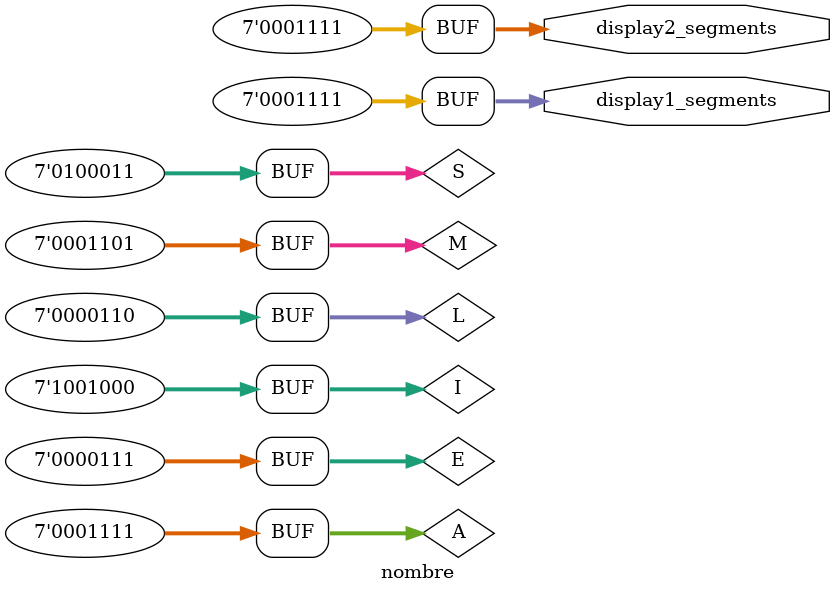
<source format=sv>
`timescale 1ns / 1ps


module nombre(

    output logic [6:0] display1_segments,
    output logic [6:0] display2_segments
);

    // Tabla de verdad para representar las letras en los displays de 7 segmentos
    //                abcdefg
    logic [6:0] I = 7'b100_1000;
    logic [6:0] S = 7'b010_0011;
    logic [6:0] M = 7'b000_1101;
    logic [6:0] A = 7'b000_1111;
    logic [6:0] E = 7'b000_0111;
    logic [6:0] L = 7'b000_0110;

    // Conexión de los segmentos para formar las letras "ISMAEL"
    always_comb begin
        display1_segments = {I,S,M,A}; // Display 1 muestra "ISMA"
        display2_segments = {E,L,A};   // Display 2 muestra "ELA"
    end

endmodule


</source>
